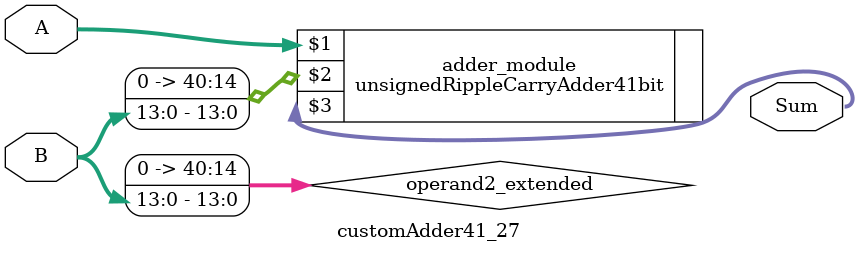
<source format=v>
module customAdder41_27(
                        input [40 : 0] A,
                        input [13 : 0] B,
                        
                        output [41 : 0] Sum
                );

        wire [40 : 0] operand2_extended;
        
        assign operand2_extended =  {27'b0, B};
        
        unsignedRippleCarryAdder41bit adder_module(
            A,
            operand2_extended,
            Sum
        );
        
        endmodule
        
</source>
